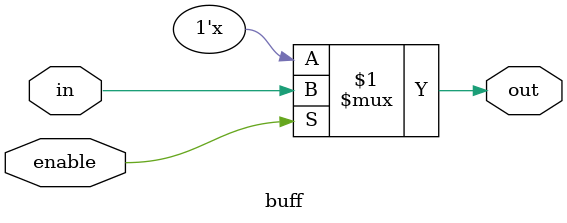
<source format=v>
`default_nettype none
module buff(in, enable, out);
	input wire in;
	input wire enable;
	output wire out;

	assign out = enable ? in : 1'bz;
	
endmodule
</source>
